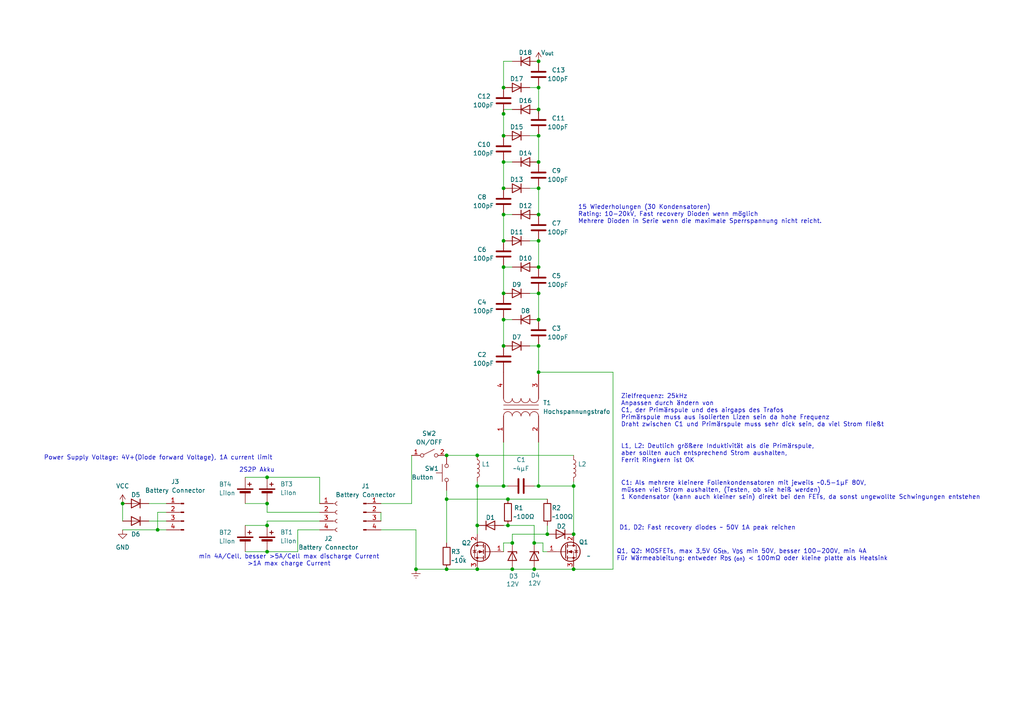
<source format=kicad_sch>
(kicad_sch (version 20231120) (generator "eeschema") (generator_version "8.0")
  (paper "A4")
  (lib_symbols
    (symbol "Connector:Conn_01x04_Pin" (pin_names (offset 1.016) hide)
      (property "Reference" "J" (at 0 5.08 0))
      (property "Value" "Conn_01x04_Pin" (at 0 -7.62 0))
      (symbol "Conn_01x04_Pin_1_1"
        (polyline (pts (xy 1.27 -5.08) (xy 0.8636 -5.08)) (stroke (width 0.1524)))
        (polyline (pts (xy 1.27 -2.54) (xy 0.8636 -2.54)) (stroke (width 0.1524)))
        (polyline (pts (xy 1.27 0) (xy 0.8636 0)) (stroke (width 0.1524)))
        (polyline (pts (xy 1.27 2.54) (xy 0.8636 2.54)) (stroke (width 0.1524)))
        (rectangle (start 0.8636 -4.953) (end 0 -5.207) (stroke (width 0.1524)) (fill (type outline)))
        (rectangle (start 0.8636 -2.413) (end 0 -2.667) (stroke (width 0.1524)) (fill (type outline)))
        (rectangle (start 0.8636 0.127) (end 0 -0.127) (stroke (width 0.1524)) (fill (type outline)))
        (rectangle (start 0.8636 2.667) (end 0 2.413) (stroke (width 0.1524)) (fill (type outline)))
        (pin passive line (at 5.08 2.54 180) (length 3.81) (name "Pin_1") (number "1"))
        (pin passive line (at 5.08 0 180) (length 3.81) (name "Pin_2") (number "2"))
        (pin passive line (at 5.08 -2.54 180) (length 3.81) (name "Pin_3") (number "3"))
        (pin passive line (at 5.08 -5.08 180) (length 3.81) (name "Pin_4") (number "4"))
      )
    )
    (symbol "Connector:Conn_01x04_Socket" (pin_names (offset 1.016) hide)
      (property "Reference" "J" (at 0 5.08 0))
      (property "Value" "Conn_01x04_Socket" (at 0 -7.62 0))
      (symbol "Conn_01x04_Socket_1_1"
        (arc (start 0 -4.572) (mid -0.5058 -5.08) (end 0 -5.588) (stroke (width 0.1524)))
        (arc (start 0 -2.032) (mid -0.5058 -2.54) (end 0 -3.048) (stroke (width 0.1524)))
        (polyline (pts (xy -1.27 -5.08) (xy -0.508 -5.08)) (stroke (width 0.1524)))
        (polyline (pts (xy -1.27 -2.54) (xy -0.508 -2.54)) (stroke (width 0.1524)))
        (polyline (pts (xy -1.27 0) (xy -0.508 0)) (stroke (width 0.1524)))
        (polyline (pts (xy -1.27 2.54) (xy -0.508 2.54)) (stroke (width 0.1524)))
        (arc (start 0 0.508) (mid -0.5058 0) (end 0 -0.508) (stroke (width 0.1524)))
        (arc (start 0 3.048) (mid -0.5058 2.54) (end 0 2.032) (stroke (width 0.1524)))
        (pin passive line (at -5.08 2.54 0) (length 3.81) (name "Pin_1") (number "1"))
        (pin passive line (at -5.08 0 0) (length 3.81) (name "Pin_2") (number "2"))
        (pin passive line (at -5.08 -2.54 0) (length 3.81) (name "Pin_3") (number "3"))
        (pin passive line (at -5.08 -5.08 0) (length 3.81) (name "Pin_4") (number "4"))
      )
    )
    (symbol "Device:Battery_Cell" (pin_numbers hide) (pin_names (offset 0) hide)
      (property "Reference" "BT" (at 2.54 2.54 0))
      (property "Value" "Battery_Cell" (at 2.54 0 0))
      (symbol "Battery_Cell_0_1"
        (rectangle (start -2.286 1.778) (end 2.286 1.524) (fill (type outline)))
        (rectangle (start -1.524 1.016) (end 1.524 0.508) (fill (type outline)))
        (polyline (pts (xy 0 0.762) (xy 0 0)))
        (polyline (pts (xy 0 1.778) (xy 0 2.54)))
        (polyline (pts (xy 0.762 3.048) (xy 1.778 3.048)) (stroke (width 0.254)))
        (polyline (pts (xy 1.27 3.556) (xy 1.27 2.54)) (stroke (width 0.254)))
      )
      (symbol "Battery_Cell_1_1"
        (pin passive line (at 0 5.08 270) (length 2.54) (name "+") (number "1"))
        (pin passive line (at 0 -2.54 90) (length 2.54) (name "-") (number "2"))
      )
    )
    (symbol "Device:C" (pin_numbers hide) (pin_names (offset 0.254))
      (property "Reference" "C" (at 0.635 2.54 0))
      (property "Value" "C" (at 0.635 -2.54 0))
      (symbol "C_0_1"
        (polyline (pts (xy -2.032 -0.762) (xy 2.032 -0.762)) (stroke (width 0.508)))
        (polyline (pts (xy -2.032 0.762) (xy 2.032 0.762)) (stroke (width 0.508)))
      )
      (symbol "C_1_1"
        (pin passive line (at 0 3.81 270) (length 2.794) (name "~") (number "1"))
        (pin passive line (at 0 -3.81 90) (length 2.794) (name "~") (number "2"))
      )
    )
    (symbol "Device:D" (pin_numbers hide) (pin_names (offset 1.016) hide)
      (property "Reference" "D" (at 0 2.54 0))
      (property "Value" "D" (at 0 -2.54 0))
      (symbol "D_0_1"
        (polyline (pts (xy -1.27 1.27) (xy -1.27 -1.27)) (stroke (width 0.254)))
        (polyline (pts (xy 1.27 0) (xy -1.27 0)))
        (polyline (pts (xy 1.27 1.27) (xy 1.27 -1.27) (xy -1.27 0) (xy 1.27 1.27)) (stroke (width 0.254)))
      )
      (symbol "D_1_1"
        (pin passive line (at -3.81 0 0) (length 2.54) (name "K") (number "1"))
        (pin passive line (at 3.81 0 180) (length 2.54) (name "A") (number "2"))
      )
    )
    (symbol "Device:D_Zener" (pin_numbers hide) (pin_names (offset 1.016) hide)
      (property "Reference" "D" (at 0 2.54 0))
      (property "Value" "D_Zener" (at 0 -2.54 0))
      (symbol "D_Zener_0_1"
        (polyline (pts (xy 1.27 0) (xy -1.27 0)))
        (polyline (pts (xy -1.27 -1.27) (xy -1.27 1.27) (xy -0.762 1.27)) (stroke (width 0.254)))
        (polyline (pts (xy 1.27 -1.27) (xy 1.27 1.27) (xy -1.27 0) (xy 1.27 -1.27)) (stroke (width 0.254)))
      )
      (symbol "D_Zener_1_1"
        (pin passive line (at -3.81 0 0) (length 2.54) (name "K") (number "1"))
        (pin passive line (at 3.81 0 180) (length 2.54) (name "A") (number "2"))
      )
    )
    (symbol "Device:L" (pin_numbers hide) (pin_names (offset 1.016) hide)
      (property "Reference" "L" (at -1.27 0 90))
      (property "Value" "L" (at 1.905 0 90))
      (symbol "L_0_1"
        (arc (start 0 -2.54) (mid 0.6323 -1.905) (end 0 -1.27))
        (arc (start 0 -1.27) (mid 0.6323 -0.635) (end 0 0))
        (arc (start 0 0) (mid 0.6323 0.635) (end 0 1.27))
        (arc (start 0 1.27) (mid 0.6323 1.905) (end 0 2.54))
      )
      (symbol "L_1_1"
        (pin passive line (at 0 3.81 270) (length 1.27) (name "1") (number "1"))
        (pin passive line (at 0 -3.81 90) (length 1.27) (name "2") (number "2"))
      )
    )
    (symbol "Device:R" (pin_numbers hide) (pin_names (offset 0))
      (property "Reference" "R" (at 2.032 0 90))
      (property "Value" "R" (at 0 0 90))
      (symbol "R_0_1"
        (rectangle (start -1.016 -2.54) (end 1.016 2.54) (stroke (width 0.254)))
      )
      (symbol "R_1_1"
        (pin passive line (at 0 3.81 270) (length 1.27) (name "~") (number "1"))
        (pin passive line (at 0 -3.81 90) (length 1.27) (name "~") (number "2"))
      )
    )
    (symbol "Device:Transformer_1P_1S" (pin_names (offset 1.016) hide)
      (property "Reference" "T" (at 0 6.35 0))
      (property "Value" "Transformer_1P_1S" (at 0 -7.62 0))
      (symbol "Transformer_1P_1S_0_1"
        (arc (start -2.54 -5.0546) (mid -1.6599 -4.6901) (end -1.27 -3.81))
        (arc (start -2.54 -2.5146) (mid -1.6599 -2.1501) (end -1.27 -1.27))
        (arc (start -2.54 0.0254) (mid -1.6599 0.3899) (end -1.27 1.27))
        (arc (start -2.54 2.5654) (mid -1.6599 2.9299) (end -1.27 3.81))
        (arc (start -1.27 -3.81) (mid -1.642 -2.912) (end -2.54 -2.54))
        (arc (start -1.27 -1.27) (mid -1.642 -0.372) (end -2.54 0))
        (arc (start -1.27 1.27) (mid -1.642 2.168) (end -2.54 2.54))
        (arc (start -1.27 3.81) (mid -1.642 4.708) (end -2.54 5.08))
        (polyline (pts (xy -0.635 5.08) (xy -0.635 -5.08)))
        (polyline (pts (xy 0.635 -5.08) (xy 0.635 5.08)))
        (arc (start 1.2954 -1.27) (mid 1.6599 -2.1501) (end 2.54 -2.5146))
        (arc (start 1.2954 1.27) (mid 1.6599 0.3899) (end 2.54 0.0254))
        (arc (start 1.2954 3.81) (mid 1.6599 2.9299) (end 2.54 2.5654))
        (arc (start 1.3208 -3.81) (mid 1.6853 -4.6901) (end 2.5654 -5.0546))
        (arc (start 2.54 0) (mid 1.642 -0.372) (end 1.2954 -1.27))
        (arc (start 2.54 2.54) (mid 1.642 2.168) (end 1.2954 1.27))
        (arc (start 2.54 5.08) (mid 1.642 4.708) (end 1.2954 3.81))
        (arc (start 2.5654 -2.54) (mid 1.6674 -2.912) (end 1.3208 -3.81))
      )
      (symbol "Transformer_1P_1S_1_1"
        (pin passive line (at -10.16 5.08 0) (length 7.62) (name "AA") (number "1"))
        (pin passive line (at -10.16 -5.08 0) (length 7.62) (name "AB") (number "2"))
        (pin passive line (at 10.16 -5.08 180) (length 7.62) (name "SA") (number "3"))
        (pin passive line (at 10.16 5.08 180) (length 7.62) (name "SB") (number "4"))
      )
    )
    (symbol "Switch:SW_Push" (pin_numbers hide) (pin_names (offset 1.016) hide)
      (property "Reference" "SW" (at 1.27 2.54 0))
      (property "Value" "SW_Push" (at 0 -1.524 0))
      (symbol "SW_Push_0_1"
        (circle (center -2.032 0) (radius 0.508))
        (polyline (pts (xy 0 1.27) (xy 0 3.048)))
        (polyline (pts (xy 2.54 1.27) (xy -2.54 1.27)))
        (circle (center 2.032 0) (radius 0.508))
        (pin passive line (at -5.08 0 0) (length 2.54) (name "1") (number "1"))
        (pin passive line (at 5.08 0 180) (length 2.54) (name "2") (number "2"))
      )
    )
    (symbol "Switch:SW_SPST" (pin_names (offset 0) hide)
      (property "Reference" "SW" (at 0 3.175 0))
      (property "Value" "SW_SPST" (at 0 -2.54 0))
      (symbol "SW_SPST_0_0"
        (circle (center -2.032 0) (radius 0.508))
        (polyline (pts (xy -1.524 0.254) (xy 1.524 1.778)))
        (circle (center 2.032 0) (radius 0.508))
      )
      (symbol "SW_SPST_1_1"
        (pin passive line (at -5.08 0 0) (length 2.54) (name "A") (number "1"))
        (pin passive line (at 5.08 0 180) (length 2.54) (name "B") (number "2"))
      )
    )
    (symbol "Transistor_FET:IRF540N" (pin_names hide)
      (property "Reference" "Q" (at 6.35 1.905 0))
      (property "Value" "IRF540N" (at 6.35 0 0))
      (symbol "IRF540N_0_1"
        (polyline (pts (xy 0.254 0) (xy -2.54 0)))
        (polyline (pts (xy 0.254 1.905) (xy 0.254 -1.905)) (stroke (width 0.254)))
        (polyline (pts (xy 0.762 -1.27) (xy 0.762 -2.286)) (stroke (width 0.254)))
        (polyline (pts (xy 0.762 0.508) (xy 0.762 -0.508)) (stroke (width 0.254)))
        (polyline (pts (xy 0.762 2.286) (xy 0.762 1.27)) (stroke (width 0.254)))
        (polyline (pts (xy 2.54 2.54) (xy 2.54 1.778)))
        (polyline (pts (xy 2.54 -2.54) (xy 2.54 0) (xy 0.762 0)))
        (polyline (pts (xy 0.762 -1.778) (xy 3.302 -1.778) (xy 3.302 1.778) (xy 0.762 1.778)))
        (polyline (pts (xy 1.016 0) (xy 2.032 0.381) (xy 2.032 -0.381) (xy 1.016 0)) (fill (type outline)))
        (polyline (pts (xy 2.794 0.508) (xy 2.921 0.381) (xy 3.683 0.381) (xy 3.81 0.254)))
        (polyline (pts (xy 3.302 0.381) (xy 2.921 -0.254) (xy 3.683 -0.254) (xy 3.302 0.381)))
        (circle (center 1.651 0) (radius 2.794) (stroke (width 0.254)))
        (circle (center 2.54 -1.778) (radius 0.254) (fill (type outline)))
        (circle (center 2.54 1.778) (radius 0.254) (fill (type outline)))
      )
      (symbol "IRF540N_1_1"
        (pin input line (at -5.08 0 0) (length 2.54) (name "G") (number "1"))
        (pin passive line (at 2.54 5.08 270) (length 2.54) (name "D") (number "2"))
        (pin passive line (at 2.54 -5.08 90) (length 2.54) (name "S") (number "3"))
      )
    )
    (symbol "power:Earth" (power) (pin_names (offset 0))
      (symbol "Earth_0_1"
        (polyline (pts (xy -0.635 -1.905) (xy 0.635 -1.905)))
        (polyline (pts (xy -0.127 -2.54) (xy 0.127 -2.54)))
        (polyline (pts (xy 0 -1.27) (xy 0 0)))
        (polyline (pts (xy 1.27 -1.27) (xy -1.27 -1.27)))
      )
      (symbol "Earth_1_1"
        (pin power_in line (at 0 0 270) (length 0) hide (name "Earth") (number "1"))
      )
    )
    (symbol "power:GND" (power) (pin_names (offset 0))
      (property "Value" "GND" (at 0 -3.81 0))
      (symbol "GND_0_1"
        (polyline (pts (xy 0 0) (xy 0 -1.27) (xy 1.27 -1.27) (xy 0 -2.54) (xy -1.27 -1.27) (xy 0 -1.27)))
      )
      (symbol "GND_1_1"
        (pin power_in line (at 0 0 270) (length 0) hide (name "GND") (number "1"))
      )
    )
    (symbol "power:VCC" (power) (pin_names (offset 0))
      (property "Value" "VCC" (at 0 3.81 0))
      (symbol "VCC_0_1"
        (polyline (pts (xy -0.762 1.27) (xy 0 2.54)))
        (polyline (pts (xy 0 0) (xy 0 2.54)))
        (polyline (pts (xy 0 2.54) (xy 0.762 1.27)))
      )
      (symbol "VCC_1_1"
        (pin power_in line (at 0 0 90) (length 0) hide (name "VCC") (number "1"))
      )
    )
  )
  (junction (at 146.05 25.4))
  (junction (at 146.05 92.71))
  (junction (at 45.72 153.67))
  (junction (at 156.21 46.99))
  (junction (at 148.59 165.1))
  (junction (at 77.47 160.02))
  (junction (at 146.05 46.99))
  (junction (at 146.05 85.09))
  (junction (at 138.43 165.1))
  (junction (at 156.21 54.61))
  (junction (at 147.32 144.78))
  (junction (at 146.05 140.97))
  (junction (at 166.37 165.1))
  (junction (at 156.21 39.37))
  (junction (at 156.21 62.23))
  (junction (at 156.21 77.47))
  (junction (at 138.43 152.4))
  (junction (at 129.54 165.1))
  (junction (at 146.05 69.85))
  (junction (at 129.54 144.78))
  (junction (at 156.21 107.95))
  (junction (at 138.43 140.97))
  (junction (at 158.75 154.94))
  (junction (at 146.05 54.61))
  (junction (at 156.21 17.78))
  (junction (at 146.05 39.37))
  (junction (at 129.54 132.08))
  (junction (at 120.65 165.1))
  (junction (at 77.47 152.4))
  (junction (at 146.05 33.02))
  (junction (at 156.21 140.97))
  (junction (at 154.94 157.48))
  (junction (at 156.21 100.33))
  (junction (at 147.32 152.4))
  (junction (at 166.37 154.94))
  (junction (at 156.21 25.4))
  (junction (at 154.94 165.1))
  (junction (at 156.21 69.85))
  (junction (at 148.59 157.48))
  (junction (at 156.21 31.75))
  (junction (at 138.43 132.08))
  (junction (at 146.05 62.23))
  (junction (at 166.37 140.97))
  (junction (at 156.21 92.71))
  (junction (at 77.47 146.05))
  (junction (at 77.47 138.43))
  (junction (at 146.05 100.33))
  (junction (at 156.21 85.09))
  (junction (at 146.05 77.47))
  (junction (at 35.56 146.05))
  (wire (pts (xy 45.72 153.67) (xy 45.72 148.59)))
  (wire (pts (xy 156.21 100.33) (xy 156.21 107.95)))
  (wire (pts (xy 153.67 25.4) (xy 156.21 25.4)))
  (wire (pts (xy 110.49 153.67) (xy 120.65 153.67)))
  (wire (pts (xy 48.26 153.67) (xy 45.72 153.67)))
  (wire (pts (xy 153.67 69.85) (xy 156.21 69.85)))
  (wire (pts (xy 156.21 39.37) (xy 156.21 46.99)))
  (wire (pts (xy 146.05 17.78) (xy 146.05 25.4)))
  (wire (pts (xy 120.65 165.1) (xy 129.54 165.1)))
  (wire (pts (xy 158.75 152.4) (xy 158.75 154.94)))
  (wire (pts (xy 146.05 157.48) (xy 148.59 157.48)))
  (wire (pts (xy 147.32 144.78) (xy 158.75 144.78)))
  (wire (pts (xy 148.59 17.78) (xy 146.05 17.78)))
  (wire (pts (xy 148.59 92.71) (xy 146.05 92.71)))
  (wire (pts (xy 71.12 152.4) (xy 77.47 152.4)))
  (wire (pts (xy 166.37 140.97) (xy 166.37 154.94)))
  (wire (pts (xy 177.8 165.1) (xy 177.8 107.95)))
  (wire (pts (xy 77.47 151.13) (xy 92.71 151.13)))
  (wire (pts (xy 138.43 132.08) (xy 166.37 132.08)))
  (wire (pts (xy 156.21 25.4) (xy 156.21 31.75)))
  (wire (pts (xy 156.21 85.09) (xy 156.21 92.71)))
  (wire (pts (xy 45.72 148.59) (xy 48.26 148.59)))
  (wire (pts (xy 71.12 138.43) (xy 77.47 138.43)))
  (wire (pts (xy 110.49 148.59) (xy 110.49 151.13)))
  (wire (pts (xy 156.21 140.97) (xy 166.37 140.97)))
  (wire (pts (xy 166.37 139.7) (xy 166.37 140.97)))
  (wire (pts (xy 156.21 69.85) (xy 156.21 77.47)))
  (wire (pts (xy 71.12 160.02) (xy 77.47 160.02)))
  (wire (pts (xy 92.71 138.43) (xy 77.47 138.43)))
  (wire (pts (xy 138.43 152.4) (xy 138.43 154.94)))
  (wire (pts (xy 86.36 160.02) (xy 77.47 160.02)))
  (wire (pts (xy 129.54 142.24) (xy 129.54 144.78)))
  (wire (pts (xy 156.21 128.27) (xy 156.21 140.97)))
  (wire (pts (xy 92.71 153.67) (xy 86.36 153.67)))
  (wire (pts (xy 148.59 31.75) (xy 146.05 31.75)))
  (wire (pts (xy 146.05 33.02) (xy 146.05 39.37)))
  (wire (pts (xy 120.65 153.67) (xy 120.65 165.1)))
  (wire (pts (xy 147.32 152.4) (xy 154.94 152.4)))
  (wire (pts (xy 157.48 157.48) (xy 154.94 157.48)))
  (wire (pts (xy 35.56 146.05) (xy 35.56 151.13)))
  (wire (pts (xy 146.05 46.99) (xy 146.05 54.61)))
  (wire (pts (xy 157.48 157.48) (xy 157.48 160.02)))
  (wire (pts (xy 77.47 151.13) (xy 77.47 152.4)))
  (wire (pts (xy 166.37 165.1) (xy 177.8 165.1)))
  (wire (pts (xy 148.59 154.94) (xy 148.59 157.48)))
  (wire (pts (xy 77.47 146.05) (xy 77.47 148.59)))
  (wire (pts (xy 154.94 152.4) (xy 154.94 157.48)))
  (wire (pts (xy 156.21 54.61) (xy 156.21 62.23)))
  (wire (pts (xy 146.05 140.97) (xy 138.43 140.97)))
  (wire (pts (xy 148.59 46.99) (xy 146.05 46.99)))
  (wire (pts (xy 148.59 77.47) (xy 146.05 77.47)))
  (wire (pts (xy 148.59 154.94) (xy 158.75 154.94)))
  (wire (pts (xy 43.18 146.05) (xy 48.26 146.05)))
  (wire (pts (xy 153.67 85.09) (xy 156.21 85.09)))
  (wire (pts (xy 153.67 54.61) (xy 156.21 54.61)))
  (wire (pts (xy 129.54 165.1) (xy 138.43 165.1)))
  (wire (pts (xy 148.59 62.23) (xy 146.05 62.23)))
  (wire (pts (xy 86.36 153.67) (xy 86.36 160.02)))
  (wire (pts (xy 146.05 140.97) (xy 147.32 140.97)))
  (wire (pts (xy 157.48 160.02) (xy 158.75 160.02)))
  (wire (pts (xy 154.94 140.97) (xy 156.21 140.97)))
  (wire (pts (xy 146.05 152.4) (xy 147.32 152.4)))
  (wire (pts (xy 43.18 151.13) (xy 48.26 151.13)))
  (wire (pts (xy 71.12 146.05) (xy 77.47 146.05)))
  (wire (pts (xy 153.67 100.33) (xy 156.21 100.33)))
  (wire (pts (xy 92.71 146.05) (xy 92.71 138.43)))
  (wire (pts (xy 146.05 128.27) (xy 146.05 140.97)))
  (wire (pts (xy 146.05 92.71) (xy 146.05 100.33)))
  (wire (pts (xy 156.21 31.75) (xy 156.21 33.02)))
  (wire (pts (xy 146.05 77.47) (xy 146.05 85.09)))
  (wire (pts (xy 92.71 148.59) (xy 77.47 148.59)))
  (wire (pts (xy 154.94 165.1) (xy 166.37 165.1)))
  (wire (pts (xy 138.43 140.97) (xy 138.43 152.4)))
  (wire (pts (xy 110.49 146.05) (xy 119.38 146.05)))
  (wire (pts (xy 148.59 165.1) (xy 154.94 165.1)))
  (wire (pts (xy 153.67 39.37) (xy 156.21 39.37)))
  (wire (pts (xy 129.54 132.08) (xy 138.43 132.08)))
  (wire (pts (xy 138.43 139.7) (xy 138.43 140.97)))
  (wire (pts (xy 138.43 165.1) (xy 148.59 165.1)))
  (wire (pts (xy 129.54 144.78) (xy 147.32 144.78)))
  (wire (pts (xy 119.38 146.05) (xy 119.38 132.08)))
  (wire (pts (xy 129.54 144.78) (xy 129.54 157.48)))
  (wire (pts (xy 146.05 62.23) (xy 146.05 69.85)))
  (wire (pts (xy 146.05 157.48) (xy 146.05 160.02)))
  (wire (pts (xy 177.8 107.95) (xy 156.21 107.95)))
  (wire (pts (xy 146.05 31.75) (xy 146.05 33.02)))
  (wire (pts (xy 35.56 153.67) (xy 45.72 153.67)))
  (text "min 4A/Cell, besser >5A/Cell max discharge Current\n>1A max charge Current\n" (at 83.82 162.56 0) (effects (font (size 1.27 1.27))))
  (text "Q1, Q2: MOSFETs, max 3,5V GS_{th}, V_{DS} min 50V, besser 100-200V, min 4A\nFür Wärmeableitung: entweder R_{DS (on)} < 100mΩ oder kleine platte als Heatsink" (at 178.816 161.036 0) (effects (font (size 1.27 1.27)) (justify left)))
  (text "2S2P Akku" (at 69.342 136.398 0) (effects (font (size 1.27 1.27)) (justify left)))
  (text "L1, L2: Deutlich größere Induktivität als die Primärspule, \naber sollten auch entsprechend Strom aushalten, \nFerrit Ringkern ist OK" (at 180.086 131.572 0) (effects (font (size 1.27 1.27)) (justify left)))
  (text "Power Supply Voltage: 4V+(Diode forward Voltage), 1A current limit" (at 12.7 132.842 0) (effects (font (size 1.27 1.27)) (justify left)))
  (text "C1: Als mehrere kleinere Folienkondensatoren mit jeweils ~0.5-1µF 80V,\nmüssen viel Strom aushalten, (Testen, ob sie heiß werden)\n1 Kondensator (kann auch kleiner sein) direkt bei den FETs, da sonst ungewollte Schwingungen entstehen" (at 180.086 142.24 0) (effects (font (size 1.27 1.27)) (justify left)))
  (text "D1, D2: Fast recovery diodes ~ 50V 1A peak reichen" (at 179.578 153.162 0) (effects (font (size 1.27 1.27)) (justify left)))
  (text "Zielfrequenz: 25kHz\nAnpassen durch ändern von\nC1, der Primärspule und des airgaps des Trafos\nPrimärspule muss aus isolierten Lizen sein da hohe Frequenz\nDraht zwischen C1 und Primärspule muss sehr dick sein, da viel Strom fließt" (at 180.086 119.126 0) (effects (font (size 1.27 1.27)) (justify left)))
  (text "15 Wiederholungen (30 Kondensatoren)\nRating: 10-20kV, Fast recovery Dioden wenn möglich \nMehrere Dioden in Serie wenn die maximale Sperrspannung nicht reicht." (at 167.64 62.23 0) (effects (font (size 1.27 1.27)) (justify left)))
  (symbol (lib_id "Device:D") (at 152.4 31.75 0) (unit 1)
    (property "Reference" "D16" (at 152.4 29.21 0))
    (property "Value" "D" (effects (hide yes)))
    (property "Description" "Diode" (effects (hide yes)))
    (property "Sim.Device" "D" (effects (hide yes)))
    (property "Sim.Pins" "1=K 2=A" (effects (hide yes)))
  )
  (symbol (lib_id "Device:D") (at 149.86 100.33 0) (mirror y) (unit 1)
    (property "Reference" "D7" (at 149.86 97.79 0))
    (property "Value" "D" (effects (hide yes)))
    (property "Description" "Diode" (effects (hide yes)))
    (property "Sim.Device" "D" (effects (hide yes)))
    (property "Sim.Pins" "1=K 2=A" (effects (hide yes)))
  )
  (symbol (lib_id "Device:D") (at 152.4 62.23 0) (unit 1)
    (property "Reference" "D12" (at 152.4 59.69 0))
    (property "Value" "D" (effects (hide yes)))
    (property "Description" "Diode" (effects (hide yes)))
    (property "Sim.Device" "D" (effects (hide yes)))
    (property "Sim.Pins" "1=K 2=A" (effects (hide yes)))
  )
  (symbol (lib_id "Device:D") (at 152.4 46.99 0) (unit 1)
    (property "Reference" "D14" (at 152.4 44.45 0))
    (property "Value" "D" (effects (hide yes)))
    (property "Description" "Diode" (effects (hide yes)))
    (property "Sim.Device" "D" (effects (hide yes)))
    (property "Sim.Pins" "1=K 2=A" (effects (hide yes)))
  )
  (symbol (lib_id "Device:D") (at 39.37 146.05 0) (mirror y) (unit 1)
    (property "Reference" "D5" (at 39.37 143.51 0))
    (property "Value" "D" (effects (hide yes)))
    (property "Description" "Diode" (effects (hide yes)))
    (property "Sim.Device" "D" (effects (hide yes)))
    (property "Sim.Pins" "1=K 2=A" (effects (hide yes)))
  )
  (symbol (lib_id "Device:C") (at 146.05 104.14 0) (unit 1)
    (property "Reference" "C2" (at 138.43 102.8699 0) (effects (justify left)))
    (property "Value" "100pF" (at 137.16 105.41 0) (effects (justify left)))
    (property "Description" "Unpolarized capacitor" (effects (hide yes)))
  )
  (symbol (lib_id "Device:C") (at 146.05 88.9 0) (unit 1)
    (property "Reference" "C4" (at 138.43 87.6299 0) (effects (justify left)))
    (property "Value" "100pF" (at 137.16 90.17 0) (effects (justify left)))
    (property "Description" "Unpolarized capacitor" (effects (hide yes)))
  )
  (symbol (lib_id "Device:C") (at 156.21 81.28 0) (unit 1)
    (property "Reference" "C5" (at 160.02 80.0099 0) (effects (justify left)))
    (property "Value" "100pF" (at 158.75 82.55 0) (effects (justify left)))
    (property "Description" "Unpolarized capacitor" (effects (hide yes)))
  )
  (symbol (lib_id "Device:D_Zener") (at 154.94 161.29 270) (unit 1)
    (property "Reference" "D4" (at 153.924 166.878 90) (effects (justify left)))
    (property "Value" "12V" (at 153.162 169.164 90) (effects (justify left)))
    (property "Description" "Zener diode" (effects (hide yes)))
  )
  (symbol (lib_id "Device:Battery_Cell") (at 77.47 143.51 0) (unit 1)
    (property "Reference" "BT3" (at 81.28 140.3984 0) (effects (justify left)))
    (property "Value" "LiIon" (at 81.28 142.9384 0) (effects (justify left)))
    (property "Description" "Single-cell battery" (effects (hide yes)))
  )
  (symbol (lib_id "Device:D") (at 142.24 152.4 0) (unit 1)
    (property "Reference" "D1" (at 142.24 150.114 0))
    (property "Value" "D" (effects (hide yes)))
    (property "Description" "Diode" (effects (hide yes)))
    (property "Sim.Device" "D" (effects (hide yes)))
    (property "Sim.Pins" "1=K 2=A" (effects (hide yes)))
  )
  (symbol (lib_id "Device:C") (at 146.05 43.18 0) (unit 1)
    (property "Reference" "C10" (at 138.43 41.9099 0) (effects (justify left)))
    (property "Value" "100pF" (at 137.16 44.45 0) (effects (justify left)))
    (property "Description" "Unpolarized capacitor" (effects (hide yes)))
  )
  (symbol (lib_id "Device:C") (at 146.05 29.21 0) (unit 1)
    (property "Reference" "C12" (at 138.43 27.9399 0) (effects (justify left)))
    (property "Value" "100pF" (at 137.16 30.48 0) (effects (justify left)))
    (property "Description" "Unpolarized capacitor" (effects (hide yes)))
  )
  (symbol (lib_id "Device:D") (at 149.86 69.85 0) (mirror y) (unit 1)
    (property "Reference" "D11" (at 149.86 67.31 0))
    (property "Value" "D" (effects (hide yes)))
    (property "Description" "Diode" (effects (hide yes)))
    (property "Sim.Device" "D" (effects (hide yes)))
    (property "Sim.Pins" "1=K 2=A" (effects (hide yes)))
  )
  (symbol (lib_id "Device:C") (at 156.21 35.56 0) (unit 1)
    (property "Reference" "C11" (at 160.02 34.2899 0) (effects (justify left)))
    (property "Value" "100pF" (at 158.75 36.83 0) (effects (justify left)))
    (property "Description" "Unpolarized capacitor" (effects (hide yes)))
  )
  (symbol (lib_id "Device:R") (at 147.32 148.59 0) (unit 1)
    (property "Reference" "R1" (at 149.098 147.32 0) (effects (justify left)))
    (property "Value" "~100Ω " (at 148.844 149.86 0) (effects (justify left)))
    (property "Description" "Resistor" (effects (hide yes)))
  )
  (symbol (lib_id "Device:D") (at 149.86 25.4 0) (mirror y) (unit 1)
    (property "Reference" "D17" (at 149.86 22.86 0))
    (property "Value" "D" (effects (hide yes)))
    (property "Description" "Diode" (effects (hide yes)))
    (property "Sim.Device" "D" (effects (hide yes)))
    (property "Sim.Pins" "1=K 2=A" (effects (hide yes)))
  )
  (symbol (lib_id "Device:Battery_Cell") (at 71.12 143.51 0) (unit 1)
    (property "Reference" "BT4" (at 63.5 140.462 0) (effects (justify left)))
    (property "Value" "LiIon" (at 63.5 143.002 0) (effects (justify left)))
    (property "Description" "Single-cell battery" (effects (hide yes)))
  )
  (symbol (lib_id "Device:C") (at 156.21 66.04 0) (unit 1)
    (property "Reference" "C7" (at 160.02 64.7699 0) (effects (justify left)))
    (property "Value" "100pF" (at 158.75 67.31 0) (effects (justify left)))
    (property "Description" "Unpolarized capacitor" (effects (hide yes)))
  )
  (symbol (lib_id "Switch:SW_SPST") (at 124.46 132.08 0) (unit 1)
    (property "Reference" "SW2" (at 124.46 125.73 0))
    (property "Value" "ON/OFF" (at 124.46 128.27 0))
    (property "Description" "Single Pole Single Throw (SPST) switch" (effects (hide yes)))
  )
  (symbol (lib_id "Transistor_FET:IRF540N") (at 163.83 160.02 0) (unit 1)
    (property "Reference" "Q1" (at 167.894 157.226 0) (effects (justify left)))
    (property "Value" "~" (at 170.18 161.29 0) (effects (justify left)))
    (property "Footprint" "Package_TO_SOT_THT:TO-220-3_Vertical" (effects (hide yes)))
    (property "Datasheet" "http://www.irf.com/product-info/datasheets/data/irf540n.pdf" (effects (hide yes)))
    (property "Description" "33A Id, 100V Vds, HEXFET N-Channel MOSFET, TO-220" (effects (hide yes)))
  )
  (symbol (lib_id "Device:D") (at 162.56 154.94 0) (mirror y) (unit 1)
    (property "Reference" "D2" (at 162.814 152.654 0))
    (property "Value" "D" (effects (hide yes)))
    (property "Description" "Diode" (effects (hide yes)))
    (property "Sim.Device" "D" (effects (hide yes)))
    (property "Sim.Pins" "1=K 2=A" (effects (hide yes)))
  )
  (symbol (lib_id "Device:L") (at 138.43 135.89 0) (unit 1)
    (property "Reference" "L1" (at 139.7 134.6199 0) (effects (justify left)))
    (property "Value" "L" (effects (hide yes)))
    (property "Description" "Inductor" (effects (hide yes)))
  )
  (symbol (lib_id "Device:D") (at 152.4 92.71 0) (unit 1)
    (property "Reference" "D8" (at 152.4 90.17 0))
    (property "Value" "D" (effects (hide yes)))
    (property "Description" "Diode" (effects (hide yes)))
    (property "Sim.Device" "D" (effects (hide yes)))
    (property "Sim.Pins" "1=K 2=A" (effects (hide yes)))
  )
  (symbol (lib_id "Device:Battery_Cell") (at 71.12 157.48 0) (unit 1)
    (property "Reference" "BT2" (at 63.5 154.432 0) (effects (justify left)))
    (property "Value" "LiIon" (at 63.5 156.972 0) (effects (justify left)))
    (property "Description" "Single-cell battery" (effects (hide yes)))
  )
  (symbol (lib_id "Device:C") (at 146.05 58.42 0) (unit 1)
    (property "Reference" "C8" (at 138.43 57.1499 0) (effects (justify left)))
    (property "Value" "100pF" (at 137.16 59.69 0) (effects (justify left)))
    (property "Description" "Unpolarized capacitor" (effects (hide yes)))
  )
  (symbol (lib_id "Device:D") (at 152.4 17.78 0) (unit 1)
    (property "Reference" "D18" (at 152.4 15.24 0))
    (property "Value" "D" (effects (hide yes)))
    (property "Description" "Diode" (effects (hide yes)))
    (property "Sim.Device" "D" (effects (hide yes)))
    (property "Sim.Pins" "1=K 2=A" (effects (hide yes)))
  )
  (symbol (lib_id "Transistor_FET:IRF540N") (at 140.97 160.02 0) (mirror y) (unit 1)
    (property "Reference" "Q2" (at 136.652 157.48 0) (effects (justify left)))
    (property "Value" "~" (at 134.62 161.2899 0) (effects (justify left)))
    (property "Footprint" "Package_TO_SOT_THT:TO-220-3_Vertical" (effects (hide yes)))
    (property "Datasheet" "http://www.irf.com/product-info/datasheets/data/irf540n.pdf" (effects (hide yes)))
    (property "Description" "33A Id, 100V Vds, HEXFET N-Channel MOSFET, TO-220" (effects (hide yes)))
  )
  (symbol (lib_id "Device:D") (at 152.4 77.47 0) (unit 1)
    (property "Reference" "D10" (at 152.4 74.93 0))
    (property "Value" "D" (effects (hide yes)))
    (property "Description" "Diode" (effects (hide yes)))
    (property "Sim.Device" "D" (effects (hide yes)))
    (property "Sim.Pins" "1=K 2=A" (effects (hide yes)))
  )
  (symbol (lib_id "Device:C") (at 146.05 73.66 0) (unit 1)
    (property "Reference" "C6" (at 138.43 72.3899 0) (effects (justify left)))
    (property "Value" "100pF" (at 137.16 74.93 0) (effects (justify left)))
    (property "Description" "Unpolarized capacitor" (effects (hide yes)))
  )
  (symbol (lib_id "Device:D") (at 149.86 85.09 0) (mirror y) (unit 1)
    (property "Reference" "D9" (at 149.86 82.55 0))
    (property "Value" "D" (effects (hide yes)))
    (property "Description" "Diode" (effects (hide yes)))
    (property "Sim.Device" "D" (effects (hide yes)))
    (property "Sim.Pins" "1=K 2=A" (effects (hide yes)))
  )
  (symbol (lib_id "Connector:Conn_01x04_Pin") (at 53.34 148.59 0) (mirror y) (unit 1)
    (property "Reference" "J3" (at 50.8 139.7 0))
    (property "Value" "Battery Connector" (at 50.8 142.24 0))
    (property "Description" "Generic connector, single row, 01x04, script generated" (effects (hide yes)))
  )
  (symbol (lib_id "Device:Battery_Cell") (at 77.47 157.48 0) (unit 1)
    (property "Reference" "BT1" (at 81.28 154.3684 0) (effects (justify left)))
    (property "Value" "LiIon" (at 81.28 156.9084 0) (effects (justify left)))
    (property "Description" "Single-cell battery" (effects (hide yes)))
  )
  (symbol (lib_id "Device:R") (at 158.75 148.59 0) (unit 1)
    (property "Reference" "R2" (at 160.02 147.32 0) (effects (justify left)))
    (property "Value" "~100Ω " (at 160.02 149.86 0) (effects (justify left)))
    (property "Description" "Resistor" (effects (hide yes)))
  )
  (symbol (lib_id "Connector:Conn_01x04_Pin") (at 105.41 148.59 0) (unit 1)
    (property "Reference" "J1" (at 106.045 140.97 0))
    (property "Value" "Battery Connector" (at 106.045 143.51 0))
    (property "Description" "Generic connector, single row, 01x04, script generated" (effects (hide yes)))
  )
  (symbol (lib_id "Device:C") (at 156.21 96.52 0) (unit 1)
    (property "Reference" "C3" (at 160.02 95.2499 0) (effects (justify left)))
    (property "Value" "100pF" (at 158.75 97.79 0) (effects (justify left)))
    (property "Description" "Unpolarized capacitor" (effects (hide yes)))
  )
  (symbol (lib_id "Device:Transformer_1P_1S") (at 151.13 118.11 90) (unit 1)
    (property "Reference" "T1" (at 157.48 116.8272 90) (effects (justify right)))
    (property "Value" "Hochspannungstrafo" (at 157.48 119.3672 90) (effects (justify right)))
    (property "Description" "Transformer, single primary, single secondary" (effects (hide yes)))
  )
  (symbol (lib_id "power:GND") (at 35.56 153.67 0) (unit 1)
    (property "Reference" "#PWR02" (effects (hide yes)))
    (property "Value" "GND" (at 35.56 158.75 0))
    (property "Description" "Power symbol creates a global label with name \"GND\" , ground" (effects (hide yes)))
  )
  (symbol (lib_id "Device:R") (at 129.54 161.29 0) (unit 1)
    (property "Reference" "R3" (at 130.81 160.02 0) (effects (justify left)))
    (property "Value" "~10k" (at 130.81 162.56 0) (effects (justify left)))
    (property "Description" "Resistor" (effects (hide yes)))
  )
  (symbol (lib_id "Device:C") (at 156.21 21.59 0) (unit 1)
    (property "Reference" "C13" (at 160.02 20.3199 0) (effects (justify left)))
    (property "Value" "100pF" (at 158.75 22.86 0) (effects (justify left)))
    (property "Description" "Unpolarized capacitor" (effects (hide yes)))
  )
  (symbol (lib_id "power:VCC") (at 156.21 17.78 0) (mirror y) (unit 1)
    (property "Reference" "#PWR03" (effects (hide yes)))
    (property "Value" "V_{out}" (at 158.75 15.24 0))
    (property "Description" "Power symbol creates a global label with name \"VCC\"" (effects (hide yes)))
  )
  (symbol (lib_id "power:VCC") (at 35.56 146.05 0) (unit 1)
    (property "Reference" "#PWR01" (effects (hide yes)))
    (property "Value" "VCC" (at 35.56 140.97 0))
    (property "Description" "Power symbol creates a global label with name \"VCC\"" (effects (hide yes)))
  )
  (symbol (lib_id "Device:L") (at 166.37 135.89 0) (unit 1)
    (property "Reference" "L2" (at 167.64 134.6199 0) (effects (justify left)))
    (property "Value" "L" (effects (hide yes)))
    (property "Description" "Inductor" (effects (hide yes)))
  )
  (symbol (lib_id "Device:D") (at 149.86 54.61 0) (mirror y) (unit 1)
    (property "Reference" "D13" (at 149.86 52.07 0))
    (property "Value" "D" (effects (hide yes)))
    (property "Description" "Diode" (effects (hide yes)))
    (property "Sim.Device" "D" (effects (hide yes)))
    (property "Sim.Pins" "1=K 2=A" (effects (hide yes)))
  )
  (symbol (lib_id "Device:C") (at 156.21 50.8 0) (unit 1)
    (property "Reference" "C9" (at 160.02 49.5299 0) (effects (justify left)))
    (property "Value" "100pF" (at 158.75 52.07 0) (effects (justify left)))
    (property "Description" "Unpolarized capacitor" (effects (hide yes)))
  )
  (symbol (lib_id "Device:D_Zener") (at 148.59 161.29 270) (unit 1)
    (property "Reference" "D3" (at 147.574 167.132 90) (effects (justify left)))
    (property "Value" "12V" (at 146.812 169.418 90) (effects (justify left)))
    (property "Description" "Zener diode" (effects (hide yes)))
  )
  (symbol (lib_id "Connector:Conn_01x04_Socket") (at 97.79 148.59 0) (unit 1)
    (property "Reference" "J2" (at 95.25 156.21 0))
    (property "Value" "Battery Connector" (at 95.25 158.75 0))
    (property "Description" "Generic connector, single row, 01x04, script generated" (effects (hide yes)))
  )
  (symbol (lib_id "power:Earth") (at 120.65 165.1 0) (unit 1)
    (property "Reference" "#PWR04" (effects (hide yes)))
    (property "Value" "Earth" (effects (hide yes)))
    (property "Description" "Power symbol creates a global label with name \"Earth\"" (effects (hide yes)))
  )
  (symbol (lib_id "Switch:SW_Push") (at 129.54 137.16 90) (unit 1)
    (property "Reference" "SW1" (at 123.19 135.89 90) (effects (justify right)))
    (property "Value" "Button" (at 119.38 138.43 90) (effects (justify right)))
    (property "Description" "Push button switch, generic, two pins" (effects (hide yes)))
  )
  (symbol (lib_id "Device:D") (at 39.37 151.13 0) (mirror y) (unit 1)
    (property "Reference" "D6" (at 39.37 154.94 0))
    (property "Value" "D" (effects (hide yes)))
    (property "Description" "Diode" (effects (hide yes)))
    (property "Sim.Device" "D" (effects (hide yes)))
    (property "Sim.Pins" "1=K 2=A" (effects (hide yes)))
  )
  (symbol (lib_id "Device:D") (at 149.86 39.37 0) (mirror y) (unit 1)
    (property "Reference" "D15" (at 149.86 36.83 0))
    (property "Value" "D" (effects (hide yes)))
    (property "Description" "Diode" (effects (hide yes)))
    (property "Sim.Device" "D" (effects (hide yes)))
    (property "Sim.Pins" "1=K 2=A" (effects (hide yes)))
  )
  (symbol (lib_id "Device:C") (at 151.13 140.97 90) (unit 1)
    (property "Reference" "C1" (at 151.13 133.35 90))
    (property "Value" "~4µF" (at 151.13 135.89 90))
    (property "Description" "Unpolarized capacitor" (effects (hide yes)))
  )
)
</source>
